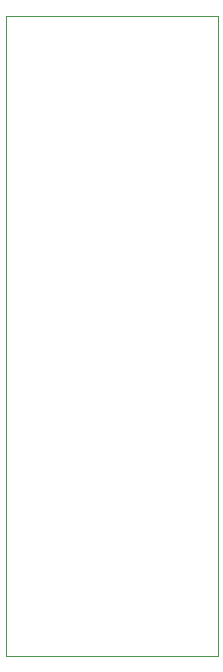
<source format=gbr>
%TF.GenerationSoftware,KiCad,Pcbnew,8.0.4*%
%TF.CreationDate,2025-01-16T17:17:22-06:00*%
%TF.ProjectId,KiCad-Pi-Pico,4b694361-642d-4506-992d-5069636f2e6b,1.0*%
%TF.SameCoordinates,Original*%
%TF.FileFunction,Other,User*%
%FSLAX46Y46*%
G04 Gerber Fmt 4.6, Leading zero omitted, Abs format (unit mm)*
G04 Created by KiCad (PCBNEW 8.0.4) date 2025-01-16 17:17:22*
%MOMM*%
%LPD*%
G01*
G04 APERTURE LIST*
%ADD10C,0.050000*%
G04 APERTURE END LIST*
D10*
%TO.C,J1*%
X88305331Y-72925000D02*
X88305331Y-127075000D01*
X88305331Y-127075000D02*
X106255331Y-127075000D01*
X106255331Y-72925000D02*
X88305331Y-72925000D01*
X106255331Y-127075000D02*
X106255331Y-72925000D01*
%TD*%
M02*

</source>
